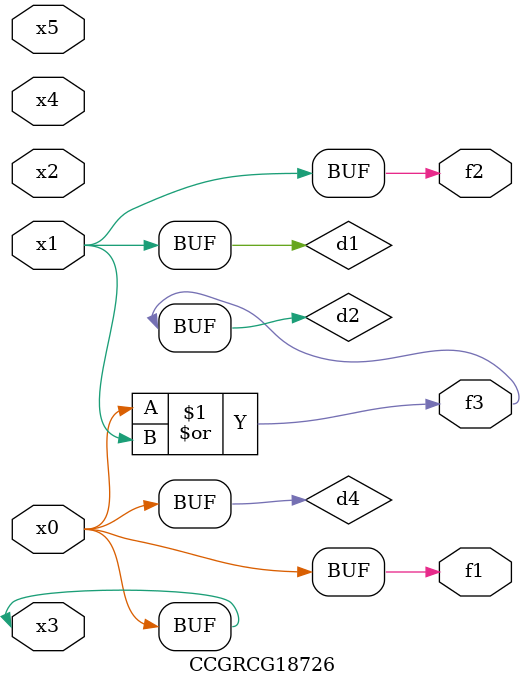
<source format=v>
module CCGRCG18726(
	input x0, x1, x2, x3, x4, x5,
	output f1, f2, f3
);

	wire d1, d2, d3, d4;

	and (d1, x1);
	or (d2, x0, x1);
	nand (d3, x0, x5);
	buf (d4, x0, x3);
	assign f1 = d4;
	assign f2 = d1;
	assign f3 = d2;
endmodule

</source>
